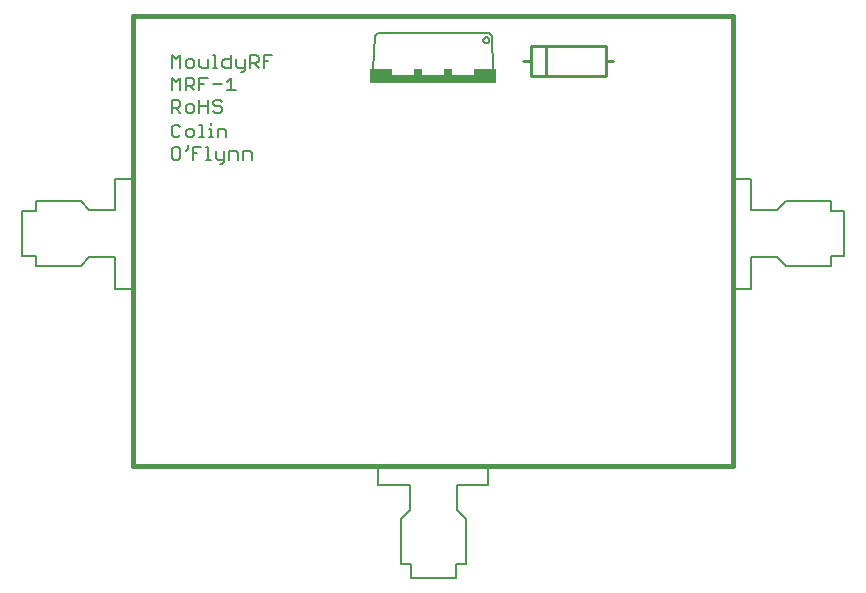
<source format=gto>
G75*
%MOIN*%
%OFA0B0*%
%FSLAX25Y25*%
%IPPOS*%
%LPD*%
%AMOC8*
5,1,8,0,0,1.08239X$1,22.5*
%
%ADD10C,0.01600*%
%ADD11C,0.00800*%
%ADD12C,0.00000*%
%ADD13C,0.01000*%
%ADD14C,0.00500*%
%ADD15R,0.42000X0.03000*%
%ADD16R,0.07500X0.02000*%
%ADD17R,0.03000X0.02000*%
D10*
X0167772Y0112602D02*
X0367772Y0112602D01*
X0367772Y0262602D01*
X0167772Y0262602D01*
X0167772Y0112602D01*
D11*
X0167378Y0171795D02*
X0161669Y0171795D01*
X0161669Y0182228D01*
X0153205Y0182228D01*
X0150252Y0179276D01*
X0135291Y0179276D01*
X0135291Y0182622D01*
X0130665Y0182622D01*
X0130665Y0197583D01*
X0135291Y0197583D01*
X0135291Y0200929D01*
X0150252Y0200929D01*
X0153205Y0197976D01*
X0161669Y0197976D01*
X0161669Y0208409D01*
X0167378Y0208409D01*
X0167378Y0205260D02*
X0167378Y0174945D01*
X0181372Y0214802D02*
X0182773Y0214802D01*
X0183474Y0215503D01*
X0183474Y0218305D01*
X0182773Y0219006D01*
X0181372Y0219006D01*
X0180672Y0218305D01*
X0180672Y0215503D01*
X0181372Y0214802D01*
X0185276Y0217605D02*
X0185976Y0218305D01*
X0185976Y0219707D01*
X0187578Y0219006D02*
X0190380Y0219006D01*
X0192181Y0219006D02*
X0192882Y0219006D01*
X0192882Y0214802D01*
X0192181Y0214802D02*
X0193583Y0214802D01*
X0195251Y0215503D02*
X0195251Y0217605D01*
X0195251Y0215503D02*
X0195951Y0214802D01*
X0198053Y0214802D01*
X0198053Y0214102D02*
X0197353Y0213401D01*
X0196652Y0213401D01*
X0198053Y0214102D02*
X0198053Y0217605D01*
X0199855Y0217605D02*
X0199855Y0214802D01*
X0202657Y0214802D02*
X0202657Y0216904D01*
X0201956Y0217605D01*
X0199855Y0217605D01*
X0204459Y0217605D02*
X0204459Y0214802D01*
X0207261Y0214802D02*
X0207261Y0216904D01*
X0206560Y0217605D01*
X0204459Y0217605D01*
X0198820Y0222302D02*
X0198820Y0224404D01*
X0198120Y0225105D01*
X0196018Y0225105D01*
X0196018Y0222302D01*
X0194350Y0222302D02*
X0192949Y0222302D01*
X0193649Y0222302D02*
X0193649Y0225105D01*
X0192949Y0225105D01*
X0193649Y0226506D02*
X0193649Y0227207D01*
X0190580Y0226506D02*
X0190580Y0222302D01*
X0189880Y0222302D02*
X0191281Y0222302D01*
X0188078Y0223003D02*
X0188078Y0224404D01*
X0187377Y0225105D01*
X0185976Y0225105D01*
X0185276Y0224404D01*
X0185276Y0223003D01*
X0185976Y0222302D01*
X0187377Y0222302D01*
X0188078Y0223003D01*
X0189880Y0226506D02*
X0190580Y0226506D01*
X0183474Y0225805D02*
X0182773Y0226506D01*
X0181372Y0226506D01*
X0180672Y0225805D01*
X0180672Y0223003D01*
X0181372Y0222302D01*
X0182773Y0222302D01*
X0183474Y0223003D01*
X0187578Y0219006D02*
X0187578Y0214802D01*
X0187578Y0216904D02*
X0188979Y0216904D01*
X0189880Y0230502D02*
X0189880Y0234706D01*
X0189880Y0232604D02*
X0192682Y0232604D01*
X0194483Y0233305D02*
X0195184Y0232604D01*
X0196585Y0232604D01*
X0197286Y0231904D01*
X0197286Y0231203D01*
X0196585Y0230502D01*
X0195184Y0230502D01*
X0194483Y0231203D01*
X0192682Y0230502D02*
X0192682Y0234706D01*
X0194483Y0234005D02*
X0194483Y0233305D01*
X0194483Y0234005D02*
X0195184Y0234706D01*
X0196585Y0234706D01*
X0197286Y0234005D01*
X0199087Y0238002D02*
X0201890Y0238002D01*
X0200489Y0238002D02*
X0200489Y0242206D01*
X0199087Y0240805D01*
X0197286Y0240104D02*
X0194483Y0240104D01*
X0192682Y0242206D02*
X0189880Y0242206D01*
X0189880Y0238002D01*
X0188078Y0238002D02*
X0186677Y0239404D01*
X0187377Y0239404D02*
X0185276Y0239404D01*
X0185276Y0238002D02*
X0185276Y0242206D01*
X0187377Y0242206D01*
X0188078Y0241505D01*
X0188078Y0240104D01*
X0187377Y0239404D01*
X0189880Y0240104D02*
X0191281Y0240104D01*
X0190580Y0245502D02*
X0192682Y0245502D01*
X0192682Y0248305D01*
X0194483Y0249706D02*
X0195184Y0249706D01*
X0195184Y0245502D01*
X0194483Y0245502D02*
X0195885Y0245502D01*
X0197553Y0246203D02*
X0197553Y0247604D01*
X0198253Y0248305D01*
X0200355Y0248305D01*
X0200355Y0249706D02*
X0200355Y0245502D01*
X0198253Y0245502D01*
X0197553Y0246203D01*
X0202157Y0246203D02*
X0202157Y0248305D01*
X0202157Y0246203D02*
X0202857Y0245502D01*
X0204959Y0245502D01*
X0204959Y0244802D02*
X0204258Y0244101D01*
X0203558Y0244101D01*
X0204959Y0244802D02*
X0204959Y0248305D01*
X0206761Y0249706D02*
X0208862Y0249706D01*
X0209563Y0249005D01*
X0209563Y0247604D01*
X0208862Y0246904D01*
X0206761Y0246904D01*
X0208162Y0246904D02*
X0209563Y0245502D01*
X0211364Y0245502D02*
X0211364Y0249706D01*
X0214167Y0249706D01*
X0212766Y0247604D02*
X0211364Y0247604D01*
X0206761Y0245502D02*
X0206761Y0249706D01*
X0190580Y0245502D02*
X0189880Y0246203D01*
X0189880Y0248305D01*
X0188078Y0247604D02*
X0187377Y0248305D01*
X0185976Y0248305D01*
X0185276Y0247604D01*
X0185276Y0246203D01*
X0185976Y0245502D01*
X0187377Y0245502D01*
X0188078Y0246203D01*
X0188078Y0247604D01*
X0183474Y0249706D02*
X0183474Y0245502D01*
X0180672Y0245502D02*
X0180672Y0249706D01*
X0182073Y0248305D01*
X0183474Y0249706D01*
X0183474Y0242206D02*
X0182073Y0240805D01*
X0180672Y0242206D01*
X0180672Y0238002D01*
X0183474Y0238002D02*
X0183474Y0242206D01*
X0182773Y0234706D02*
X0183474Y0234005D01*
X0183474Y0232604D01*
X0182773Y0231904D01*
X0180672Y0231904D01*
X0182073Y0231904D02*
X0183474Y0230502D01*
X0185276Y0231203D02*
X0185976Y0230502D01*
X0187377Y0230502D01*
X0188078Y0231203D01*
X0188078Y0232604D01*
X0187377Y0233305D01*
X0185976Y0233305D01*
X0185276Y0232604D01*
X0185276Y0231203D01*
X0182773Y0234706D02*
X0180672Y0234706D01*
X0180672Y0230502D01*
X0249465Y0112209D02*
X0249465Y0106500D01*
X0259898Y0106500D01*
X0259898Y0098035D01*
X0256945Y0095083D01*
X0256945Y0080122D01*
X0260291Y0080122D01*
X0260291Y0075496D01*
X0275252Y0075496D01*
X0275252Y0080122D01*
X0278598Y0080122D01*
X0278598Y0095083D01*
X0275646Y0098035D01*
X0275646Y0106500D01*
X0286079Y0106500D01*
X0286079Y0112209D01*
X0282929Y0112209D02*
X0252614Y0112209D01*
X0368165Y0171795D02*
X0373874Y0171795D01*
X0373874Y0182228D01*
X0382339Y0182228D01*
X0385291Y0179276D01*
X0400252Y0179276D01*
X0400252Y0182622D01*
X0404878Y0182622D01*
X0404878Y0197583D01*
X0400252Y0197583D01*
X0400252Y0200929D01*
X0385291Y0200929D01*
X0382339Y0197976D01*
X0373874Y0197976D01*
X0373874Y0208409D01*
X0368165Y0208409D01*
X0368165Y0205260D02*
X0368165Y0174945D01*
D12*
X0367772Y0168102D02*
X0367772Y0212102D01*
X0289772Y0112602D02*
X0245772Y0112602D01*
X0167772Y0168102D02*
X0167772Y0212102D01*
D13*
X0297772Y0247602D02*
X0300272Y0247602D01*
X0300272Y0242602D01*
X0305272Y0242602D01*
X0305272Y0252602D01*
X0300272Y0252602D01*
X0300272Y0247602D01*
X0305272Y0242602D02*
X0325272Y0242602D01*
X0325272Y0247602D01*
X0327772Y0247602D01*
X0325272Y0247602D02*
X0325272Y0252602D01*
X0305272Y0252602D01*
D14*
X0287272Y0256102D02*
X0287772Y0244602D01*
X0284472Y0254702D02*
X0284474Y0254765D01*
X0284480Y0254827D01*
X0284490Y0254889D01*
X0284503Y0254951D01*
X0284521Y0255011D01*
X0284542Y0255070D01*
X0284567Y0255128D01*
X0284596Y0255184D01*
X0284628Y0255238D01*
X0284663Y0255290D01*
X0284701Y0255339D01*
X0284743Y0255387D01*
X0284787Y0255431D01*
X0284835Y0255473D01*
X0284884Y0255511D01*
X0284936Y0255546D01*
X0284990Y0255578D01*
X0285046Y0255607D01*
X0285104Y0255632D01*
X0285163Y0255653D01*
X0285223Y0255671D01*
X0285285Y0255684D01*
X0285347Y0255694D01*
X0285409Y0255700D01*
X0285472Y0255702D01*
X0285535Y0255700D01*
X0285597Y0255694D01*
X0285659Y0255684D01*
X0285721Y0255671D01*
X0285781Y0255653D01*
X0285840Y0255632D01*
X0285898Y0255607D01*
X0285954Y0255578D01*
X0286008Y0255546D01*
X0286060Y0255511D01*
X0286109Y0255473D01*
X0286157Y0255431D01*
X0286201Y0255387D01*
X0286243Y0255339D01*
X0286281Y0255290D01*
X0286316Y0255238D01*
X0286348Y0255184D01*
X0286377Y0255128D01*
X0286402Y0255070D01*
X0286423Y0255011D01*
X0286441Y0254951D01*
X0286454Y0254889D01*
X0286464Y0254827D01*
X0286470Y0254765D01*
X0286472Y0254702D01*
X0286470Y0254639D01*
X0286464Y0254577D01*
X0286454Y0254515D01*
X0286441Y0254453D01*
X0286423Y0254393D01*
X0286402Y0254334D01*
X0286377Y0254276D01*
X0286348Y0254220D01*
X0286316Y0254166D01*
X0286281Y0254114D01*
X0286243Y0254065D01*
X0286201Y0254017D01*
X0286157Y0253973D01*
X0286109Y0253931D01*
X0286060Y0253893D01*
X0286008Y0253858D01*
X0285954Y0253826D01*
X0285898Y0253797D01*
X0285840Y0253772D01*
X0285781Y0253751D01*
X0285721Y0253733D01*
X0285659Y0253720D01*
X0285597Y0253710D01*
X0285535Y0253704D01*
X0285472Y0253702D01*
X0285409Y0253704D01*
X0285347Y0253710D01*
X0285285Y0253720D01*
X0285223Y0253733D01*
X0285163Y0253751D01*
X0285104Y0253772D01*
X0285046Y0253797D01*
X0284990Y0253826D01*
X0284936Y0253858D01*
X0284884Y0253893D01*
X0284835Y0253931D01*
X0284787Y0253973D01*
X0284743Y0254017D01*
X0284701Y0254065D01*
X0284663Y0254114D01*
X0284628Y0254166D01*
X0284596Y0254220D01*
X0284567Y0254276D01*
X0284542Y0254334D01*
X0284521Y0254393D01*
X0284503Y0254453D01*
X0284490Y0254515D01*
X0284480Y0254577D01*
X0284474Y0254639D01*
X0284472Y0254702D01*
X0286272Y0257102D02*
X0287272Y0256102D01*
X0286272Y0257102D02*
X0249272Y0257102D01*
X0248272Y0256102D01*
X0247772Y0244602D01*
D15*
X0267772Y0241602D03*
D16*
X0250522Y0244102D03*
X0285022Y0244102D03*
D17*
X0272772Y0244102D03*
X0262772Y0244102D03*
M02*

</source>
